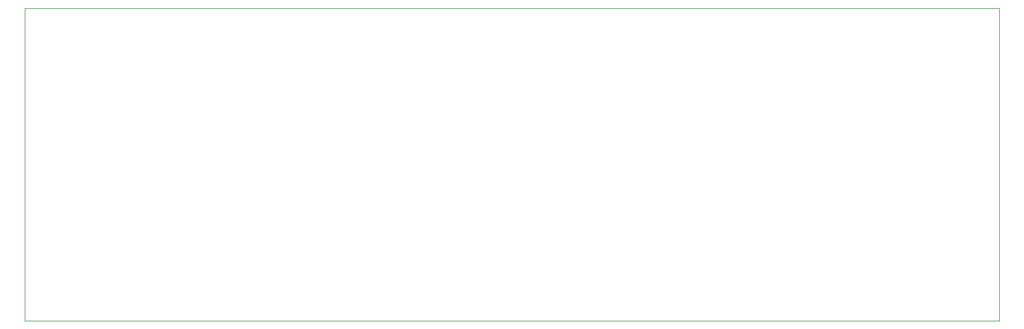
<source format=gm1>
%TF.GenerationSoftware,KiCad,Pcbnew,5.1.9+dfsg1-1*%
%TF.CreationDate,2021-09-18T19:11:01-05:00*%
%TF.ProjectId,larson_scanner,6c617273-6f6e-45f7-9363-616e6e65722e,rev?*%
%TF.SameCoordinates,Original*%
%TF.FileFunction,Profile,NP*%
%FSLAX46Y46*%
G04 Gerber Fmt 4.6, Leading zero omitted, Abs format (unit mm)*
G04 Created by KiCad (PCBNEW 5.1.9+dfsg1-1) date 2021-09-18 19:11:01*
%MOMM*%
%LPD*%
G01*
G04 APERTURE LIST*
%TA.AperFunction,Profile*%
%ADD10C,0.050000*%
%TD*%
G04 APERTURE END LIST*
D10*
X220000000Y-60000000D02*
X220000000Y-105000000D01*
X80000000Y-105000000D02*
X220000000Y-105000000D01*
X80000000Y-60000000D02*
X220000000Y-60000000D01*
X80000000Y-60000000D02*
X80000000Y-105000000D01*
M02*

</source>
